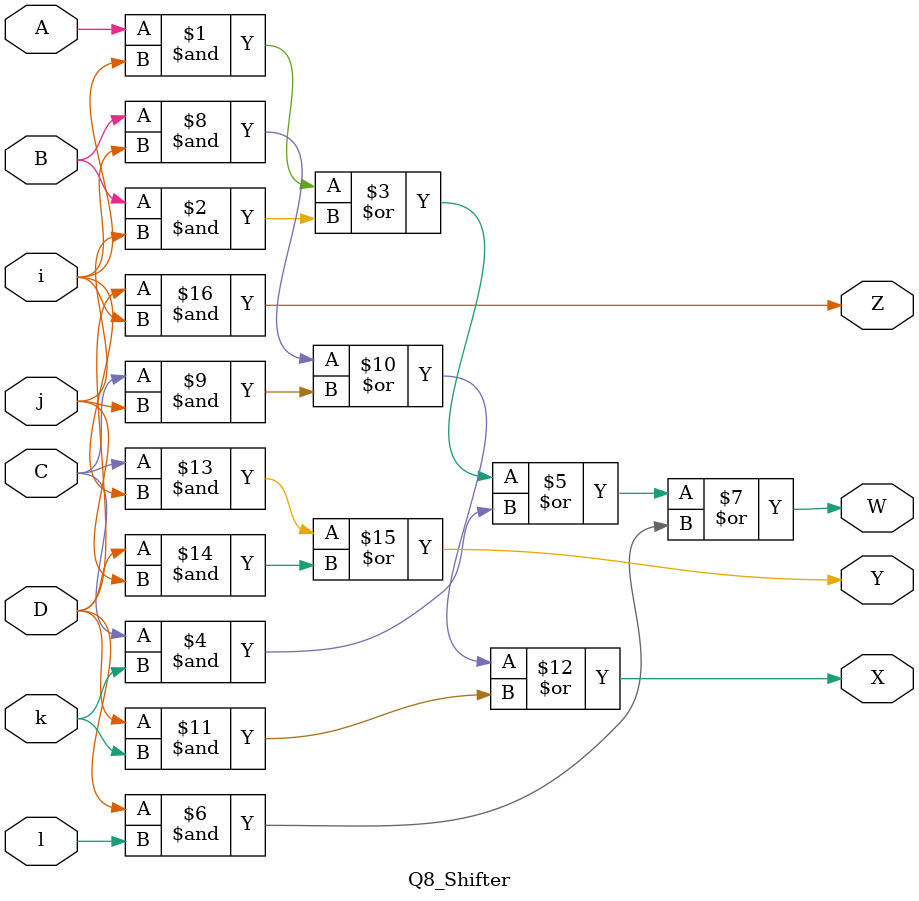
<source format=v>
module Q8_Shifter(input A,B,C,D,i,j,k,l, output W,X,Y,Z);
  assign #(76,68)  W=A&i|B&j|C&k|D&l;
  assign #(57,51)  X=B&i|C&j|D&k;
  assign #(38,26)  Y=C&i|D&j;
  assign #(19,17)  Z=D&i;
endmodule
</source>
